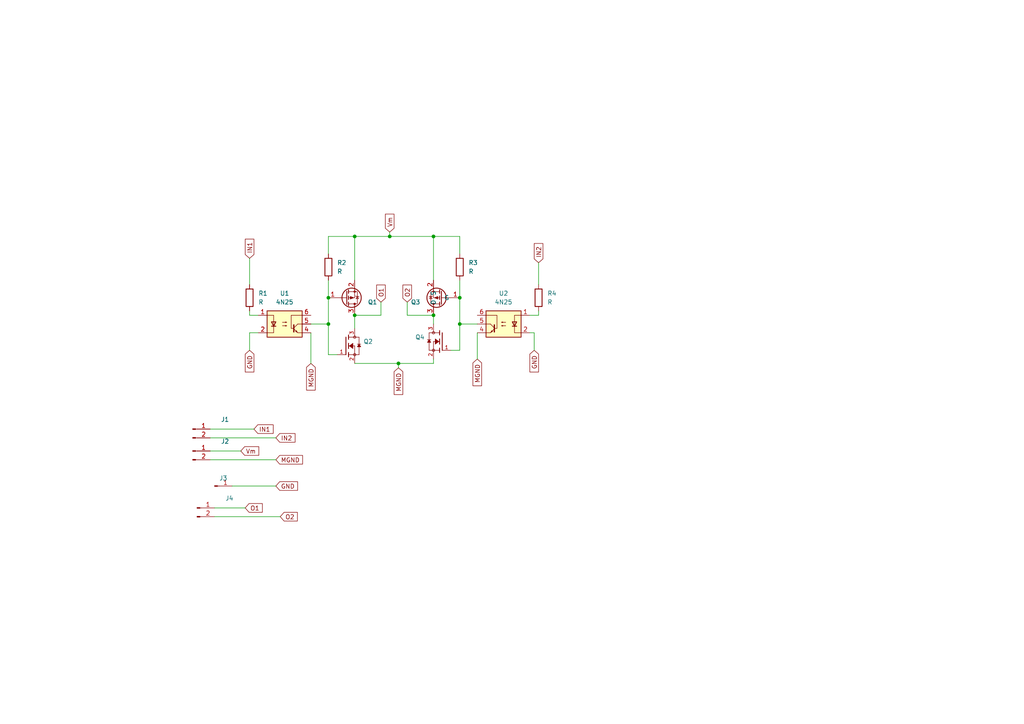
<source format=kicad_sch>
(kicad_sch (version 20250114) (generator "eeschema") (generator_version "9.0")
  (paper "A4")
  (lib_symbols
    (symbol "AO3401A_1"
      (property "Reference" "Q" (at 5.08 1.905 0))
      (property "Value" "AO3401A" (at 5.08 0 0))
      (symbol "AO3401A_1_0_1"
        (polyline (pts (xy 0.254 1.905) (xy 0.254 -1.905)) (stroke (width 0.254)))
        (polyline (pts (xy 0.254 0) (xy -2.54 0)))
        (polyline (pts (xy 0.762 2.286) (xy 0.762 1.27)) (stroke (width 0.254)))
        (polyline (pts (xy 0.762 1.778) (xy 3.302 1.778) (xy 3.302 -1.778) (xy 0.762 -1.778)))
        (polyline (pts (xy 0.762 0.508) (xy 0.762 -0.508)) (stroke (width 0.254)))
        (polyline (pts (xy 0.762 -1.27) (xy 0.762 -2.286)) (stroke (width 0.254)))
        (circle (center 1.651 0) (radius 2.794) (stroke (width 0.254)))
        (polyline (pts (xy 2.286 0) (xy 1.27 0.381) (xy 1.27 -0.381) (xy 2.286 0)) (fill (type outline)))
        (polyline (pts (xy 2.54 2.54) (xy 2.54 1.778)))
        (circle (center 2.54 1.778) (radius 0.254) (fill (type outline)))
        (circle (center 2.54 -1.778) (radius 0.254) (fill (type outline)))
        (polyline (pts (xy 2.54 -2.54) (xy 2.54 0) (xy 0.762 0)))
        (polyline (pts (xy 2.794 -0.508) (xy 2.921 -0.381) (xy 3.683 -0.381) (xy 3.81 -0.254)))
        (polyline (pts (xy 3.302 -0.381) (xy 2.921 0.254) (xy 3.683 0.254) (xy 3.302 -0.381)))
      )
      (symbol "AO3401A_1_1_1"
        (pin input line (at -5.08 0 0) (length 2.54) (name "G") (number "1"))
        (pin passive line (at 2.54 5.08 270) (length 2.54) (name "D") (number "3"))
        (pin passive line (at 2.54 -5.08 90) (length 2.54) (name "S") (number "2"))
      )
    )
    (symbol "Connector:Conn_01x01_Pin" (pin_names (offset 1.016) (hide yes))
      (property "Reference" "J" (at 0 2.54 0))
      (property "Value" "Conn_01x01_Pin" (at 0 -2.54 0))
      (symbol "Conn_01x01_Pin_1_1"
        (rectangle (start 0.8636 0.127) (end 0 -0.127) (stroke (width 0.1524)) (fill (type outline)))
        (polyline (pts (xy 1.27 0) (xy 0.8636 0)) (stroke (width 0.1524)))
        (pin passive line (at 5.08 0 180) (length 3.81) (name "Pin_1") (number "1"))
      )
    )
    (symbol "Connector:Conn_01x02_Pin" (pin_names (offset 1.016) (hide yes))
      (property "Reference" "J" (at 0 2.54 0))
      (property "Value" "Conn_01x02_Pin" (at 0 -5.08 0))
      (symbol "Conn_01x02_Pin_1_1"
        (rectangle (start 0.8636 0.127) (end 0 -0.127) (stroke (width 0.1524)) (fill (type outline)))
        (rectangle (start 0.8636 -2.413) (end 0 -2.667) (stroke (width 0.1524)) (fill (type outline)))
        (polyline (pts (xy 1.27 0) (xy 0.8636 0)) (stroke (width 0.1524)))
        (polyline (pts (xy 1.27 -2.54) (xy 0.8636 -2.54)) (stroke (width 0.1524)))
        (pin passive line (at 5.08 0 180) (length 3.81) (name "Pin_1") (number "1"))
        (pin passive line (at 5.08 -2.54 180) (length 3.81) (name "Pin_2") (number "2"))
      )
    )
    (symbol "Device:R" (pin_numbers (hide yes)) (pin_names (offset 0))
      (property "Reference" "R" (at 2.032 0 90))
      (property "Value" "R" (at 0 0 90))
      (symbol "R_0_1"
        (rectangle (start -1.016 -2.54) (end 1.016 2.54) (stroke (width 0.254)))
      )
      (symbol "R_1_1"
        (pin passive line (at 0 3.81 270) (length 1.27) (name "~") (number "1"))
        (pin passive line (at 0 -3.81 90) (length 1.27) (name "~") (number "2"))
      )
    )
    (symbol "IRLML6344TRPBF:IRLML6344TRPBF" (pin_names (offset 1.016))
      (property "Reference" "Q" (at -8.89 2.54 0))
      (property "Value" "IRLML6344TRPBF" (at -8.89 -7.62 0))
      (symbol "IRLML6344TRPBF_0_0"
        (polyline (pts (xy 0 2.54) (xy 0 -2.54)) (stroke (width 0.254)))
        (polyline (pts (xy 0.762 3.175) (xy 0.762 2.54)) (stroke (width 0.254)))
        (polyline (pts (xy 0.762 2.54) (xy 0.762 1.905)) (stroke (width 0.254)))
        (polyline (pts (xy 0.762 2.54) (xy 3.81 2.54)) (stroke (width 0.1524)))
        (polyline (pts (xy 0.762 0.762) (xy 0.762 0)) (stroke (width 0.254)))
        (polyline (pts (xy 0.762 0) (xy 0.762 -0.762)) (stroke (width 0.254)))
        (polyline (pts (xy 0.762 0) (xy 2.54 0)) (stroke (width 0.1524)))
        (polyline (pts (xy 0.762 -1.905) (xy 0.762 -2.54)) (stroke (width 0.254)))
        (polyline (pts (xy 0.762 -2.54) (xy 0.762 -3.175)) (stroke (width 0.254)))
        (polyline (pts (xy 1.016 0) (xy 2.032 0.762) (xy 2.032 -0.762) (xy 1.016 0)) (stroke (width 0.1524)) (fill (type outline)))
        (circle (center 2.54 2.54) (radius 0.3592))
        (polyline (pts (xy 2.54 0) (xy 2.54 -2.54)) (stroke (width 0.1524)))
        (polyline (pts (xy 2.54 -2.54) (xy 0.762 -2.54)) (stroke (width 0.1524)))
        (polyline (pts (xy 2.54 -2.54) (xy 3.81 -2.54)) (stroke (width 0.1524)))
        (circle (center 2.54 -2.54) (radius 0.3592))
        (polyline (pts (xy 3.81 2.54) (xy 3.81 0.508)) (stroke (width 0.1524)))
        (polyline (pts (xy 3.81 0.508) (xy 3.302 0.508)) (stroke (width 0.1524)))
        (polyline (pts (xy 3.81 0.508) (xy 3.81 -2.54)) (stroke (width 0.1524)))
        (polyline (pts (xy 3.81 0.508) (xy 3.302 -0.254) (xy 4.318 -0.254) (xy 3.81 0.508)) (stroke (width 0.1524)) (fill (type outline)))
        (polyline (pts (xy 4.318 0.508) (xy 3.81 0.508)) (stroke (width 0.1524)))
        (pin passive line (at -2.54 -2.54 0) (length 2.54) (name "~") (number "1"))
        (pin passive line (at 2.54 5.08 270) (length 2.54) (name "~") (number "3"))
        (pin passive line (at 2.54 -5.08 90) (length 2.54) (name "~") (number "2"))
      )
    )
    (symbol "IRLML6344TRPBF_1" (pin_names (offset 1.016) (hide yes))
      (property "Reference" "Q" (at -8.89 2.54 0))
      (property "Value" "IRLML6344TRPBF" (at -8.89 -7.62 0))
      (symbol "IRLML6344TRPBF_1_0_0"
        (polyline (pts (xy 0 2.54) (xy 0 -2.54)) (stroke (width 0.254)))
        (polyline (pts (xy 0.762 3.175) (xy 0.762 2.54)) (stroke (width 0.254)))
        (polyline (pts (xy 0.762 2.54) (xy 0.762 1.905)) (stroke (width 0.254)))
        (polyline (pts (xy 0.762 2.54) (xy 3.81 2.54)) (stroke (width 0.1524)))
        (polyline (pts (xy 0.762 0.762) (xy 0.762 0)) (stroke (width 0.254)))
        (polyline (pts (xy 0.762 0) (xy 0.762 -0.762)) (stroke (width 0.254)))
        (polyline (pts (xy 0.762 0) (xy 2.54 0)) (stroke (width 0.1524)))
        (polyline (pts (xy 0.762 -1.905) (xy 0.762 -2.54)) (stroke (width 0.254)))
        (polyline (pts (xy 0.762 -2.54) (xy 0.762 -3.175)) (stroke (width 0.254)))
        (polyline (pts (xy 1.016 0) (xy 2.032 0.762) (xy 2.032 -0.762) (xy 1.016 0)) (stroke (width 0.1524)) (fill (type outline)))
        (circle (center 2.54 2.54) (radius 0.3592))
        (polyline (pts (xy 2.54 0) (xy 2.54 -2.54)) (stroke (width 0.1524)))
        (polyline (pts (xy 2.54 -2.54) (xy 0.762 -2.54)) (stroke (width 0.1524)))
        (polyline (pts (xy 2.54 -2.54) (xy 3.81 -2.54)) (stroke (width 0.1524)))
        (circle (center 2.54 -2.54) (radius 0.3592))
        (polyline (pts (xy 3.81 2.54) (xy 3.81 0.508)) (stroke (width 0.1524)))
        (polyline (pts (xy 3.81 0.508) (xy 3.302 0.508)) (stroke (width 0.1524)))
        (polyline (pts (xy 3.81 0.508) (xy 3.81 -2.54)) (stroke (width 0.1524)))
        (polyline (pts (xy 3.81 0.508) (xy 3.302 -0.254) (xy 4.318 -0.254) (xy 3.81 0.508)) (stroke (width 0.1524)) (fill (type outline)))
        (polyline (pts (xy 4.318 0.508) (xy 3.81 0.508)) (stroke (width 0.1524)))
        (pin passive line (at -2.54 -2.54 0) (length 2.54) (name "~") (number "1"))
        (pin passive line (at 2.54 5.08 270) (length 2.54) (name "~") (number "3"))
        (pin passive line (at 2.54 -5.08 90) (length 2.54) (name "~") (number "2"))
      )
    )
    (symbol "Isolator:4N25" (pin_names (offset 1.016))
      (property "Reference" "U" (at -5.08 5.08 0))
      (property "Value" "4N25" (at 0 5.08 0))
      (symbol "4N25_0_1"
        (rectangle (start -5.08 3.81) (end 5.08 -3.81) (stroke (width 0.254)) (fill (type background)))
        (polyline (pts (xy -5.08 -2.54) (xy -3.175 -2.54) (xy -3.175 2.54) (xy -5.08 2.54)))
        (polyline (pts (xy -3.81 -0.635) (xy -2.54 -0.635)) (stroke (width 0.254)))
        (polyline (pts (xy -3.175 -0.635) (xy -3.81 0.635) (xy -2.54 0.635) (xy -3.175 -0.635)) (stroke (width 0.254)))
        (polyline (pts (xy -0.635 0.508) (xy 0.635 0.508) (xy 0.254 0.381) (xy 0.254 0.635) (xy 0.635 0.508)))
        (polyline (pts (xy -0.635 -0.508) (xy 0.635 -0.508) (xy 0.254 -0.635) (xy 0.254 -0.381) (xy 0.635 -0.508)))
        (polyline (pts (xy 2.667 -0.254) (xy 2.667 -2.286)) (stroke (width 0.3556)))
        (polyline (pts (xy 2.667 -1.143) (xy 3.81 0)))
        (polyline (pts (xy 2.667 -1.397) (xy 3.81 -2.54)))
        (polyline (pts (xy 3.683 -2.413) (xy 3.429 -1.905) (xy 3.175 -2.159) (xy 3.683 -2.413)))
        (polyline (pts (xy 3.81 0) (xy 5.08 0)))
        (polyline (pts (xy 3.81 -2.54) (xy 5.08 -2.54)))
        (polyline (pts (xy 5.08 2.54) (xy 1.905 2.54) (xy 1.905 -1.27) (xy 2.54 -1.27)))
      )
      (symbol "4N25_1_1"
        (pin passive line (at -7.62 2.54 0) (length 2.54) (name "~") (number "1"))
        (pin passive line (at -7.62 -2.54 0) (length 2.54) (name "~") (number "2"))
        (pin no_connect line (at -5.08 0 0) (length 2.54) (hide yes) (name "NC") (number "3"))
        (pin passive line (at 7.62 2.54 180) (length 2.54) (name "~") (number "6"))
        (pin passive line (at 7.62 0 180) (length 2.54) (name "~") (number "5"))
        (pin passive line (at 7.62 -2.54 180) (length 2.54) (name "~") (number "4"))
      )
    )
    (symbol "Transistor_FET:AO3401A" (pin_names (hide yes))
      (property "Reference" "Q" (at 5.08 1.905 0))
      (property "Value" "AO3401A" (at 5.08 0 0))
      (symbol "AO3401A_0_1"
        (polyline (pts (xy 0.254 1.905) (xy 0.254 -1.905)) (stroke (width 0.254)))
        (polyline (pts (xy 0.254 0) (xy -2.54 0)))
        (polyline (pts (xy 0.762 2.286) (xy 0.762 1.27)) (stroke (width 0.254)))
        (polyline (pts (xy 0.762 1.778) (xy 3.302 1.778) (xy 3.302 -1.778) (xy 0.762 -1.778)))
        (polyline (pts (xy 0.762 0.508) (xy 0.762 -0.508)) (stroke (width 0.254)))
        (polyline (pts (xy 0.762 -1.27) (xy 0.762 -2.286)) (stroke (width 0.254)))
        (circle (center 1.651 0) (radius 2.794) (stroke (width 0.254)))
        (polyline (pts (xy 2.286 0) (xy 1.27 0.381) (xy 1.27 -0.381) (xy 2.286 0)) (fill (type outline)))
        (polyline (pts (xy 2.54 2.54) (xy 2.54 1.778)))
        (circle (center 2.54 1.778) (radius 0.254) (fill (type outline)))
        (circle (center 2.54 -1.778) (radius 0.254) (fill (type outline)))
        (polyline (pts (xy 2.54 -2.54) (xy 2.54 0) (xy 0.762 0)))
        (polyline (pts (xy 2.794 -0.508) (xy 2.921 -0.381) (xy 3.683 -0.381) (xy 3.81 -0.254)))
        (polyline (pts (xy 3.302 -0.381) (xy 2.921 0.254) (xy 3.683 0.254) (xy 3.302 -0.381)))
      )
      (symbol "AO3401A_1_1"
        (pin input line (at -5.08 0 0) (length 2.54) (name "G") (number "1"))
        (pin passive line (at 2.54 5.08 270) (length 2.54) (name "D") (number "3"))
        (pin passive line (at 2.54 -5.08 90) (length 2.54) (name "S") (number "2"))
      )
    )
  )
  (junction (at 95.25 86.36))
  (junction (at 125.73 68.58))
  (junction (at 113.03 68.58))
  (junction (at 95.25 93.98))
  (junction (at 102.87 91.44))
  (junction (at 133.35 93.98))
  (junction (at 102.87 68.58))
  (junction (at 125.73 91.44))
  (junction (at 133.35 86.36))
  (junction (at 115.57 105.41))
  (wire (pts (xy 102.87 68.58) (xy 102.87 81.28)))
  (wire (pts (xy 80.01 140.97) (xy 67.31 140.97)))
  (wire (pts (xy 110.49 91.44) (xy 102.87 91.44)))
  (wire (pts (xy 130.81 101.6) (xy 133.35 101.6)))
  (wire (pts (xy 72.39 101.6) (xy 72.39 96.52)))
  (wire (pts (xy 156.21 76.2) (xy 156.21 82.55)))
  (wire (pts (xy 95.25 68.58) (xy 102.87 68.58)))
  (wire (pts (xy 95.25 102.87) (xy 95.25 93.98)))
  (wire (pts (xy 72.39 90.17) (xy 72.39 91.44)))
  (wire (pts (xy 125.73 81.28) (xy 125.73 68.58)))
  (wire (pts (xy 115.57 105.41) (xy 115.57 106.68)))
  (wire (pts (xy 90.17 96.52) (xy 90.17 105.41)))
  (wire (pts (xy 90.17 93.98) (xy 95.25 93.98)))
  (wire (pts (xy 102.87 91.44) (xy 102.87 95.25)))
  (wire (pts (xy 138.43 93.98) (xy 133.35 93.98)))
  (wire (pts (xy 60.96 124.46) (xy 73.66 124.46)))
  (wire (pts (xy 133.35 81.28) (xy 133.35 86.36)))
  (wire (pts (xy 118.11 87.63) (xy 118.11 91.44)))
  (wire (pts (xy 72.39 96.52) (xy 74.93 96.52)))
  (wire (pts (xy 154.94 96.52) (xy 153.67 96.52)))
  (wire (pts (xy 95.25 81.28) (xy 95.25 86.36)))
  (wire (pts (xy 125.73 68.58) (xy 113.03 68.58)))
  (wire (pts (xy 113.03 68.58) (xy 102.87 68.58)))
  (wire (pts (xy 133.35 86.36) (xy 133.35 93.98)))
  (wire (pts (xy 97.79 102.87) (xy 95.25 102.87)))
  (wire (pts (xy 118.11 91.44) (xy 125.73 91.44)))
  (wire (pts (xy 62.23 149.86) (xy 81.28 149.86)))
  (wire (pts (xy 133.35 93.98) (xy 133.35 101.6)))
  (wire (pts (xy 113.03 67.31) (xy 113.03 68.58)))
  (wire (pts (xy 110.49 87.63) (xy 110.49 91.44)))
  (wire (pts (xy 60.96 127) (xy 80.01 127)))
  (wire (pts (xy 133.35 73.66) (xy 133.35 68.58)))
  (wire (pts (xy 72.39 91.44) (xy 74.93 91.44)))
  (wire (pts (xy 60.96 133.35) (xy 80.01 133.35)))
  (wire (pts (xy 60.96 130.81) (xy 69.85 130.81)))
  (wire (pts (xy 133.35 68.58) (xy 125.73 68.58)))
  (wire (pts (xy 125.73 91.44) (xy 125.73 93.98)))
  (wire (pts (xy 95.25 93.98) (xy 95.25 86.36)))
  (wire (pts (xy 156.21 91.44) (xy 153.67 91.44)))
  (wire (pts (xy 72.39 74.93) (xy 72.39 82.55)))
  (wire (pts (xy 125.73 104.14) (xy 125.73 105.41)))
  (wire (pts (xy 154.94 101.6) (xy 154.94 96.52)))
  (wire (pts (xy 102.87 105.41) (xy 115.57 105.41)))
  (wire (pts (xy 62.23 147.32) (xy 71.12 147.32)))
  (wire (pts (xy 125.73 105.41) (xy 115.57 105.41)))
  (wire (pts (xy 138.43 96.52) (xy 138.43 104.14)))
  (wire (pts (xy 95.25 73.66) (xy 95.25 68.58)))
  (wire (pts (xy 156.21 90.17) (xy 156.21 91.44)))
  (global_label "Vm" (shape input) (at 69.85 130.81 0) (property "Intersheetrefs" "${INTERSHEET_REFS}" (effects (hide yes))))
  (global_label "MGND" (shape input) (at 115.57 106.68 270) (property "Intersheetrefs" "${INTERSHEET_REFS}" (effects (hide yes))))
  (global_label "O1" (shape input) (at 110.49 87.63 90) (property "Intersheetrefs" "${INTERSHEET_REFS}" (effects (hide yes))))
  (global_label "O1" (shape input) (at 71.12 147.32 0) (property "Intersheetrefs" "${INTERSHEET_REFS}" (effects (hide yes))))
  (global_label "MGND" (shape input) (at 80.01 133.35 0) (property "Intersheetrefs" "${INTERSHEET_REFS}" (effects (hide yes))))
  (global_label "IN1" (shape input) (at 73.66 124.46 0) (property "Intersheetrefs" "${INTERSHEET_REFS}" (effects (hide yes))))
  (global_label "GND" (shape input) (at 80.01 140.97 0) (property "Intersheetrefs" "${INTERSHEET_REFS}" (effects (hide yes))))
  (global_label "IN2" (shape input) (at 156.21 76.2 90) (property "Intersheetrefs" "${INTERSHEET_REFS}" (effects (hide yes))))
  (global_label "MGND" (shape input) (at 90.17 105.41 270) (property "Intersheetrefs" "${INTERSHEET_REFS}" (effects (hide yes))))
  (global_label "MGND" (shape input) (at 138.43 104.14 270) (property "Intersheetrefs" "${INTERSHEET_REFS}" (effects (hide yes))))
  (global_label "Vm" (shape input) (at 113.03 67.31 90) (property "Intersheetrefs" "${INTERSHEET_REFS}" (effects (hide yes))))
  (global_label "GND" (shape input) (at 154.94 101.6 270) (property "Intersheetrefs" "${INTERSHEET_REFS}" (effects (hide yes))))
  (global_label "IN1" (shape input) (at 72.39 74.93 90) (property "Intersheetrefs" "${INTERSHEET_REFS}" (effects (hide yes))))
  (global_label "O2" (shape input) (at 118.11 87.63 90) (property "Intersheetrefs" "${INTERSHEET_REFS}" (effects (hide yes))))
  (global_label "O2" (shape input) (at 81.28 149.86 0) (property "Intersheetrefs" "${INTERSHEET_REFS}" (effects (hide yes))))
  (global_label "GND" (shape input) (at 72.39 101.6 270) (property "Intersheetrefs" "${INTERSHEET_REFS}" (effects (hide yes))))
  (global_label "IN2" (shape input) (at 80.01 127 0) (property "Intersheetrefs" "${INTERSHEET_REFS}" (effects (hide yes))))
  (symbol (lib_id "Connector:Conn_01x02_Pin") (at 57.15 147.32 0) (unit 1)
    (property "Reference" "J4" (at 66.548 144.526 0))
    (property "Value" "Conn_01x02_Pin" (effects (hide yes)))
    (property "Footprint" "Connector_PinHeader_2.54mm:PinHeader_1x02_P2.54mm_Vertical" (effects (hide yes)))
    (property "Description" "Generic connector, single row, 01x02, script generated" (effects (hide yes)))
  )
  (symbol (lib_name "IRLML6344TRPBF_1") (lib_id "IRLML6344TRPBF:IRLML6344TRPBF") (at 128.27 99.06 0) (mirror y) (unit 1)
    (property "Reference" "Q4" (at 123.19 97.7899 0) (effects (justify left)))
    (property "Value" "IRLML6344TRPBF" (effects (hide yes)))
    (property "Footprint" "IRLML6344TRPBF:TRANS_IRLML6344TRPBF" (effects (hide yes)))
    (property "DigiKey_Part_Number" "IRLML6344TRPBFCT-ND" (effects (hide yes)))
    (property "SnapEDA_Link" "https://www.snapeda.com/parts/IRLML6344TRPBF/Infineon/view-part/?ref=snap" (effects (hide yes)))
    (property "MAXIMUM_PACKAGE_HEIGHT" "1.12mm" (effects (hide yes)))
    (property "CREATOR" "DIZAR" (effects (hide yes)))
    (property "Package" "SOT-23-3 ON Semiconductor" (effects (hide yes)))
    (property "Check_prices" "https://www.snapeda.com/parts/IRLML6344TRPBF/Infineon/view-part/?ref=eda" (effects (hide yes)))
    (property "STANDARD" "Manufacturer Recommendations" (effects (hide yes)))
    (property "PARTREV" "December 19, 2014" (effects (hide yes)))
    (property "MF" "Infineon" (effects (hide yes)))
    (property "MP" "IRLML6344TRPBF" (effects (hide yes)))
    (property "Description_1" "IRLML6344TRPBF N-channel MOSFET Transistor, 5 A, 30 V, 3-Pin SOT-23 | Infineon IRLML6344TRPBF" (effects (hide yes)))
    (property "MANUFACTURER" "Infineon" (effects (hide yes)))
  )
  (symbol (lib_id "Device:R") (at 133.35 77.47 0) (unit 1)
    (property "Reference" "R3" (at 135.89 76.1999 0) (effects (justify left)))
    (property "Value" "R" (at 135.89 78.7399 0) (effects (justify left)))
    (property "Footprint" "Resistor_SMD:R_0805_2012Metric_Pad1.20x1.40mm_HandSolder" (effects (hide yes)))
    (property "Description" "Resistor" (effects (hide yes)))
  )
  (symbol (lib_id "Connector:Conn_01x02_Pin") (at 55.88 124.46 0) (unit 1)
    (property "Reference" "J1" (at 65.278 121.666 0))
    (property "Value" "Conn_01x02_Pin" (effects (hide yes)))
    (property "Footprint" "Connector_PinHeader_2.54mm:PinHeader_1x02_P2.54mm_Vertical" (effects (hide yes)))
    (property "Description" "Generic connector, single row, 01x02, script generated" (effects (hide yes)))
  )
  (symbol (lib_id "Device:R") (at 72.39 86.36 0) (unit 1)
    (property "Reference" "R1" (at 74.93 85.0899 0) (effects (justify left)))
    (property "Value" "R" (at 74.93 87.6299 0) (effects (justify left)))
    (property "Footprint" "Resistor_SMD:R_0805_2012Metric_Pad1.20x1.40mm_HandSolder" (effects (hide yes)))
    (property "Description" "Resistor" (effects (hide yes)))
  )
  (symbol (lib_id "IRLML6344TRPBF:IRLML6344TRPBF") (at 100.33 100.33 0) (unit 1)
    (property "Reference" "Q2" (at 105.41 99.0599 0) (effects (justify left)))
    (property "Value" "IRLML6344TRPBF" (effects (hide yes)))
    (property "Footprint" "IRLML6344TRPBF:TRANS_IRLML6344TRPBF" (effects (hide yes)))
    (property "DigiKey_Part_Number" "IRLML6344TRPBFCT-ND" (effects (hide yes)))
    (property "SnapEDA_Link" "https://www.snapeda.com/parts/IRLML6344TRPBF/Infineon/view-part/?ref=snap" (effects (hide yes)))
    (property "MAXIMUM_PACKAGE_HEIGHT" "1.12mm" (effects (hide yes)))
    (property "CREATOR" "DIZAR" (effects (hide yes)))
    (property "Package" "SOT-23-3 ON Semiconductor" (effects (hide yes)))
    (property "Check_prices" "https://www.snapeda.com/parts/IRLML6344TRPBF/Infineon/view-part/?ref=eda" (effects (hide yes)))
    (property "STANDARD" "Manufacturer Recommendations" (effects (hide yes)))
    (property "PARTREV" "December 19, 2014" (effects (hide yes)))
    (property "MF" "Infineon" (effects (hide yes)))
    (property "MP" "IRLML6344TRPBF" (effects (hide yes)))
    (property "Description_1" "IRLML6344TRPBF N-channel MOSFET Transistor, 5 A, 30 V, 3-Pin SOT-23 | Infineon IRLML6344TRPBF" (effects (hide yes)))
    (property "MANUFACTURER" "Infineon" (effects (hide yes)))
  )
  (symbol (lib_id "Connector:Conn_01x02_Pin") (at 55.88 130.81 0) (unit 1)
    (property "Reference" "J2" (at 65.278 128.016 0))
    (property "Value" "Conn_01x02_Pin" (effects (hide yes)))
    (property "Footprint" "Connector_PinHeader_2.54mm:PinHeader_1x02_P2.54mm_Vertical" (effects (hide yes)))
    (property "Description" "Generic connector, single row, 01x02, script generated" (effects (hide yes)))
  )
  (symbol (lib_id "Device:R") (at 95.25 77.47 0) (unit 1)
    (property "Reference" "R2" (at 97.79 76.1999 0) (effects (justify left)))
    (property "Value" "R" (at 97.79 78.7399 0) (effects (justify left)))
    (property "Footprint" "Resistor_SMD:R_0805_2012Metric_Pad1.20x1.40mm_HandSolder" (effects (hide yes)))
    (property "Description" "Resistor" (effects (hide yes)))
  )
  (symbol (lib_id "Isolator:4N25") (at 146.05 93.98 0) (mirror y) (unit 1)
    (property "Reference" "U2" (at 146.05 85.09 0))
    (property "Value" "4N25" (at 146.05 87.63 0))
    (property "Footprint" "Package_DIP:DIP-6_W7.62mm" (effects (hide yes)))
    (property "Datasheet" "https://www.vishay.com/docs/83725/4n25.pdf" (effects (hide yes)))
    (property "Description" "DC Optocoupler Base Connected, Vce 30V, CTR 20%, Viso 2500V, DIP6" (effects (hide yes)))
  )
  (symbol (lib_id "Connector:Conn_01x01_Pin") (at 62.23 140.97 0) (unit 1)
    (property "Reference" "J3" (at 64.77 138.684 0))
    (property "Value" "Conn_01x01_Pin" (effects (hide yes)))
    (property "Footprint" "Connector_PinHeader_2.54mm:PinHeader_1x01_P2.54mm_Vertical" (effects (hide yes)))
    (property "Description" "Generic connector, single row, 01x01, script generated" (effects (hide yes)))
  )
  (symbol (lib_name "AO3401A_1") (lib_id "Transistor_FET:AO3401A") (at 128.27 86.36 180) (unit 1)
    (property "Reference" "Q3" (at 121.92 87.6301 0) (effects (justify left)))
    (property "Value" "AO3401A" (effects (hide yes)))
    (property "Footprint" "Package_TO_SOT_SMD:SOT-23" (effects (hide yes)))
    (property "Datasheet" "http://www.aosmd.com/pdfs/datasheet/AO3401A.pdf" (effects (hide yes)))
    (property "Description" "-4.0A Id, -30V Vds, P-Channel MOSFET, SOT-23" (effects (hide yes)))
  )
  (symbol (lib_id "Device:R") (at 156.21 86.36 0) (unit 1)
    (property "Reference" "R4" (at 158.75 85.0899 0) (effects (justify left)))
    (property "Value" "R" (at 158.75 87.6299 0) (effects (justify left)))
    (property "Footprint" "Resistor_SMD:R_0805_2012Metric_Pad1.20x1.40mm_HandSolder" (effects (hide yes)))
    (property "Description" "Resistor" (effects (hide yes)))
  )
  (symbol (lib_id "Transistor_FET:AO3401A") (at 100.33 86.36 0) (mirror x) (unit 1)
    (property "Reference" "Q1" (at 106.68 87.6301 0) (effects (justify left)))
    (property "Value" "AO3401A" (effects (hide yes)))
    (property "Footprint" "Package_TO_SOT_SMD:SOT-23" (effects (hide yes)))
    (property "Datasheet" "http://www.aosmd.com/pdfs/datasheet/AO3401A.pdf" (effects (hide yes)))
    (property "Description" "-4.0A Id, -30V Vds, P-Channel MOSFET, SOT-23" (effects (hide yes)))
  )
  (symbol (lib_id "Isolator:4N25") (at 82.55 93.98 0) (unit 1)
    (property "Reference" "U1" (at 82.55 85.09 0))
    (property "Value" "4N25" (at 82.55 87.63 0))
    (property "Footprint" "Package_DIP:DIP-6_W7.62mm" (effects (hide yes)))
    (property "Datasheet" "https://www.vishay.com/docs/83725/4n25.pdf" (effects (hide yes)))
    (property "Description" "DC Optocoupler Base Connected, Vce 30V, CTR 20%, Viso 2500V, DIP6" (effects (hide yes)))
  )
)
</source>
